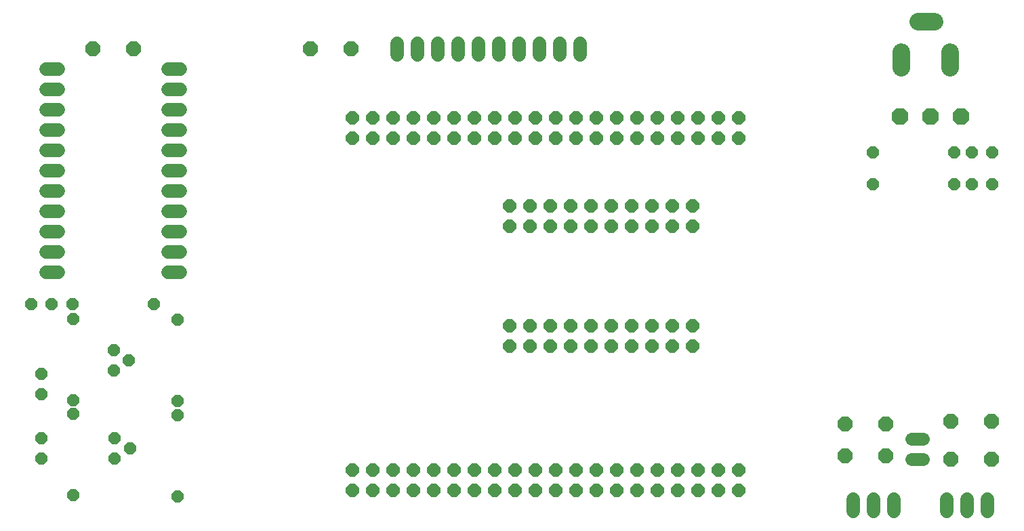
<source format=gts>
G75*
G70*
%OFA0B0*%
%FSLAX24Y24*%
%IPPOS*%
%LPD*%
%AMOC8*
5,1,8,0,0,1.08239X$1,22.5*
%
%ADD10OC8,0.0640*%
%ADD11C,0.0674*%
%ADD12OC8,0.0600*%
%ADD13OC8,0.0710*%
%ADD14C,0.0867*%
%ADD15C,0.0680*%
%ADD16OC8,0.0830*%
%ADD17C,0.0640*%
D10*
X017655Y002533D03*
X018655Y002533D03*
X019655Y002533D03*
X020655Y002533D03*
X021655Y002533D03*
X022655Y002533D03*
X023655Y002533D03*
X024655Y002533D03*
X025655Y002533D03*
X026655Y002533D03*
X027655Y002533D03*
X028655Y002533D03*
X029655Y002533D03*
X030655Y002533D03*
X031655Y002533D03*
X032655Y002533D03*
X033655Y002533D03*
X034655Y002533D03*
X035655Y002533D03*
X036655Y002533D03*
X036655Y003533D03*
X035655Y003533D03*
X034655Y003533D03*
X033655Y003533D03*
X032655Y003533D03*
X031655Y003533D03*
X030655Y003533D03*
X029655Y003533D03*
X028655Y003533D03*
X027655Y003533D03*
X026655Y003533D03*
X025655Y003533D03*
X024655Y003533D03*
X023655Y003533D03*
X022655Y003533D03*
X021655Y003533D03*
X020655Y003533D03*
X019655Y003533D03*
X018655Y003533D03*
X017655Y003533D03*
X025410Y009620D03*
X026410Y009620D03*
X027410Y009620D03*
X028410Y009620D03*
X029410Y009620D03*
X030410Y009620D03*
X031410Y009620D03*
X032410Y009620D03*
X033410Y009620D03*
X034410Y009620D03*
X034410Y010620D03*
X033410Y010620D03*
X032410Y010620D03*
X031410Y010620D03*
X030410Y010620D03*
X029410Y010620D03*
X028410Y010620D03*
X027410Y010620D03*
X026410Y010620D03*
X025410Y010620D03*
X025410Y015525D03*
X026410Y015525D03*
X027410Y015525D03*
X028410Y015525D03*
X029410Y015525D03*
X030410Y015525D03*
X031410Y015525D03*
X032410Y015525D03*
X033410Y015525D03*
X034410Y015525D03*
X034410Y016525D03*
X033410Y016525D03*
X032410Y016525D03*
X031410Y016525D03*
X030410Y016525D03*
X029410Y016525D03*
X028410Y016525D03*
X027410Y016525D03*
X026410Y016525D03*
X025410Y016525D03*
X025655Y019856D03*
X026655Y019856D03*
X027655Y019856D03*
X028655Y019856D03*
X029655Y019856D03*
X030655Y019856D03*
X031655Y019856D03*
X032655Y019856D03*
X033655Y019856D03*
X034655Y019856D03*
X035655Y019856D03*
X036655Y019856D03*
X036655Y020856D03*
X035655Y020856D03*
X034655Y020856D03*
X033655Y020856D03*
X032655Y020856D03*
X031655Y020856D03*
X030655Y020856D03*
X029655Y020856D03*
X028655Y020856D03*
X027655Y020856D03*
X026655Y020856D03*
X025655Y020856D03*
X024655Y020856D03*
X023655Y020856D03*
X022655Y020856D03*
X021655Y020856D03*
X020655Y020856D03*
X019655Y020856D03*
X018655Y020856D03*
X017655Y020856D03*
X017655Y019856D03*
X018655Y019856D03*
X019655Y019856D03*
X020655Y019856D03*
X021655Y019856D03*
X022655Y019856D03*
X023655Y019856D03*
X024655Y019856D03*
D11*
X024851Y023949D02*
X024851Y024543D01*
X023851Y024543D02*
X023851Y023949D01*
X022851Y023949D02*
X022851Y024543D01*
X021851Y024543D02*
X021851Y023949D01*
X020851Y023949D02*
X020851Y024543D01*
X019851Y024543D02*
X019851Y023949D01*
X025851Y023949D02*
X025851Y024543D01*
X026851Y024543D02*
X026851Y023949D01*
X027851Y023949D02*
X027851Y024543D01*
X028851Y024543D02*
X028851Y023949D01*
X009192Y023246D02*
X008598Y023246D01*
X008598Y022246D02*
X009192Y022246D01*
X009192Y021246D02*
X008598Y021246D01*
X008598Y020246D02*
X009192Y020246D01*
X009192Y019246D02*
X008598Y019246D01*
X008598Y018246D02*
X009192Y018246D01*
X009192Y017246D02*
X008598Y017246D01*
X008598Y016246D02*
X009192Y016246D01*
X009192Y015246D02*
X008598Y015246D01*
X008598Y014246D02*
X009192Y014246D01*
X009192Y013246D02*
X008598Y013246D01*
X003192Y013246D02*
X002598Y013246D01*
X002598Y014246D02*
X003192Y014246D01*
X003192Y015246D02*
X002598Y015246D01*
X002598Y016246D02*
X003192Y016246D01*
X003192Y017246D02*
X002598Y017246D01*
X002598Y018246D02*
X003192Y018246D01*
X003192Y019246D02*
X002598Y019246D01*
X002598Y020246D02*
X003192Y020246D01*
X003192Y021246D02*
X002598Y021246D01*
X002598Y022246D02*
X003192Y022246D01*
X003192Y023246D02*
X002598Y023246D01*
D12*
X003926Y002277D03*
X002351Y004108D03*
X002351Y005108D03*
X003926Y006277D03*
X003926Y006970D03*
X002351Y007258D03*
X002351Y008258D03*
X005926Y008439D03*
X006676Y008939D03*
X005926Y009439D03*
X003926Y010970D03*
X003895Y011695D03*
X002851Y011695D03*
X001851Y011695D03*
X007895Y011695D03*
X009044Y010939D03*
X009044Y006939D03*
X009044Y006214D03*
X006719Y004608D03*
X005969Y004108D03*
X005969Y005108D03*
X009044Y002214D03*
X043265Y017600D03*
X043265Y019175D03*
X047265Y019175D03*
X048111Y019175D03*
X049111Y019175D03*
X049111Y017600D03*
X048111Y017600D03*
X047265Y017600D03*
D13*
X047107Y005915D03*
X049107Y005915D03*
X049107Y004065D03*
X047107Y004065D03*
X043903Y004214D03*
X041903Y004214D03*
X041903Y005789D03*
X043903Y005789D03*
X017603Y024246D03*
X015603Y024246D03*
X006895Y024246D03*
X004895Y024246D03*
D14*
X044674Y024108D02*
X044674Y023321D01*
X047076Y023321D02*
X047076Y024108D01*
X046288Y025604D02*
X045501Y025604D01*
D15*
X044288Y002089D02*
X044288Y001489D01*
X043288Y001489D02*
X043288Y002089D01*
X042288Y002089D02*
X042288Y001489D01*
X046895Y001489D02*
X046895Y002089D01*
X047895Y002089D02*
X047895Y001489D01*
X048895Y001489D02*
X048895Y002089D01*
D16*
X047586Y020915D03*
X046086Y020915D03*
X044586Y020915D03*
D17*
X045158Y005061D02*
X045718Y005061D01*
X045718Y004061D02*
X045158Y004061D01*
M02*

</source>
